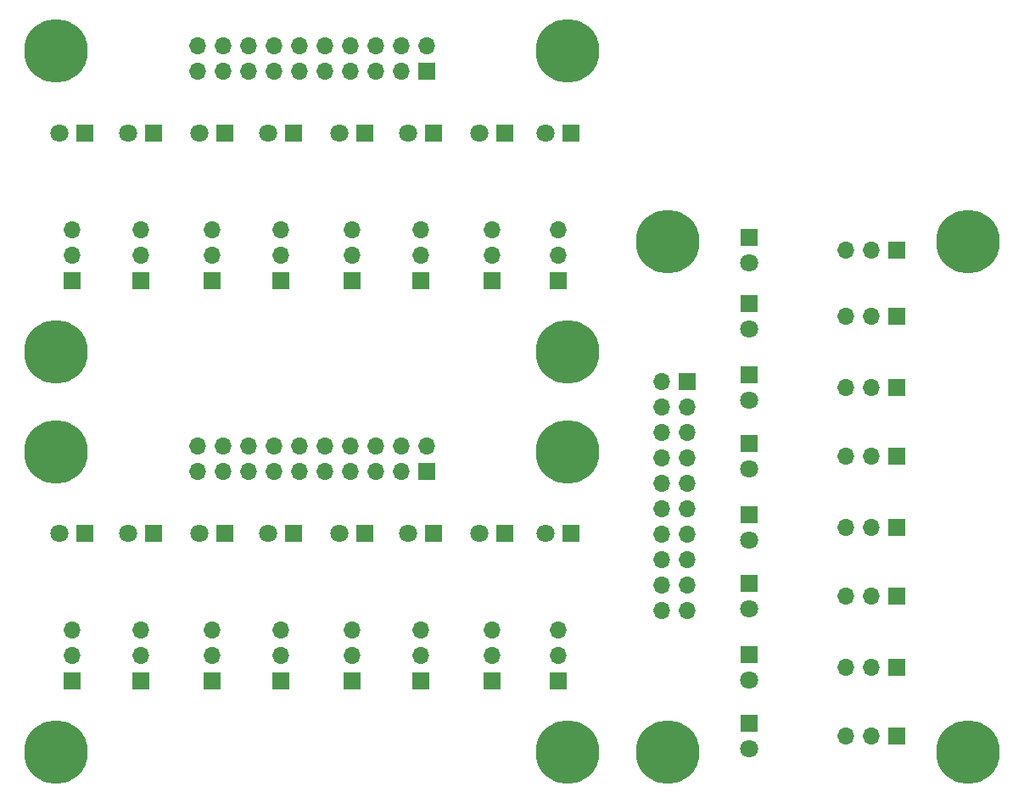
<source format=gts>
%MOIN*%
%OFA0B0*%
%FSLAX46Y46*%
%IPPOS*%
%LPD*%
%ADD10R,0.070866141732283464X0.070866141732283464*%
%ADD11C,0.070866141732283464*%
%ADD12C,0.25*%
%ADD13R,0.066929133858267723X0.066929133858267723*%
%ADD14O,0.066929133858267723X0.066929133858267723*%
%ADD25R,0.070866141732283464X0.070866141732283464*%
%ADD26C,0.070866141732283464*%
%ADD27C,0.25*%
%ADD28R,0.066929133858267723X0.066929133858267723*%
%ADD29O,0.066929133858267723X0.066929133858267723*%
%ADD30R,0.070866141732283464X0.070866141732283464*%
%ADD31C,0.070866141732283464*%
%ADD32C,0.25*%
%ADD33R,0.066929133858267723X0.066929133858267723*%
%ADD34O,0.066929133858267723X0.066929133858267723*%
G01*
D10*
X0000000000Y0001496062D02*
X0002180196Y0001016062D03*
D11*
X0002080196Y0001016062D03*
D10*
X0001920196Y0001016062D03*
D11*
X0001820196Y0001016062D03*
D10*
X0001640196Y0001016062D03*
D11*
X0001540196Y0001016062D03*
D10*
X0001370196Y0001016062D03*
D11*
X0001270196Y0001016062D03*
D10*
X0001090196Y0001016062D03*
D11*
X0000990196Y0001016062D03*
D10*
X0000820196Y0001016062D03*
D11*
X0000720196Y0001016062D03*
D10*
X0000540196Y0001016062D03*
D11*
X0000440196Y0001016062D03*
D12*
X0002165354Y0000157480D03*
X0002165354Y0001338582D03*
X0000157480Y0001338582D03*
X0000157480Y0000157480D03*
D13*
X0002130000Y0000436653D03*
D14*
X0002130000Y0000536653D03*
X0002130000Y0000636653D03*
D13*
X0001870000Y0000436653D03*
D14*
X0001870000Y0000536653D03*
X0001870000Y0000636653D03*
D13*
X0001590000Y0000436653D03*
D14*
X0001590000Y0000536653D03*
X0001590000Y0000636653D03*
D13*
X0001320000Y0000436653D03*
D14*
X0001320000Y0000536653D03*
X0001320000Y0000636653D03*
D13*
X0001040000Y0000436653D03*
D14*
X0001040000Y0000536653D03*
X0001040000Y0000636653D03*
D13*
X0000770000Y0000436653D03*
D14*
X0000770000Y0000536653D03*
X0000770000Y0000636653D03*
D13*
X0000490000Y0000436653D03*
D14*
X0000490000Y0000536653D03*
X0000490000Y0000636653D03*
D13*
X0000220000Y0000436653D03*
D14*
X0000220000Y0000536653D03*
X0000220000Y0000636653D03*
D10*
X0000270196Y0001016062D03*
D11*
X0000170196Y0001016062D03*
D13*
X0001614173Y0001259842D03*
D14*
X0001614173Y0001359842D03*
X0001514173Y0001259842D03*
X0001514173Y0001359842D03*
X0001414173Y0001259842D03*
X0001414173Y0001359842D03*
X0001314173Y0001259842D03*
X0001314173Y0001359842D03*
X0001214173Y0001259842D03*
X0001214173Y0001359842D03*
X0001114173Y0001259842D03*
X0001114173Y0001359842D03*
X0001014173Y0001259842D03*
X0001014173Y0001359842D03*
X0000914173Y0001259842D03*
X0000914173Y0001359842D03*
X0000814173Y0001259842D03*
X0000814173Y0001359842D03*
X0000714173Y0001259842D03*
X0000714173Y0001359842D03*
G04 next file*
G04 Gerber Fmt 4.6, Leading zero omitted, Abs format (unit mm)*
G04 Created by KiCad (PCBNEW (6.0.1)) date 2022-06-02 17:03:42*
G01*
G04 APERTURE LIST*
G04 APERTURE END LIST*
D25*
X0000000000Y0003070866D02*
X0002180196Y0002590866D03*
D26*
X0002080196Y0002590866D03*
D25*
X0001920196Y0002590866D03*
D26*
X0001820196Y0002590866D03*
D25*
X0001640196Y0002590866D03*
D26*
X0001540196Y0002590866D03*
D25*
X0001370196Y0002590866D03*
D26*
X0001270196Y0002590866D03*
D25*
X0001090196Y0002590866D03*
D26*
X0000990196Y0002590866D03*
D25*
X0000820196Y0002590866D03*
D26*
X0000720196Y0002590866D03*
D25*
X0000540196Y0002590866D03*
D26*
X0000440196Y0002590866D03*
D27*
X0002165354Y0001732283D03*
X0002165354Y0002913385D03*
X0000157480Y0002913385D03*
X0000157480Y0001732283D03*
D28*
X0002130000Y0002011456D03*
D29*
X0002130000Y0002111456D03*
X0002130000Y0002211456D03*
D28*
X0001870000Y0002011456D03*
D29*
X0001870000Y0002111456D03*
X0001870000Y0002211456D03*
D28*
X0001590000Y0002011456D03*
D29*
X0001590000Y0002111456D03*
X0001590000Y0002211456D03*
D28*
X0001320000Y0002011456D03*
D29*
X0001320000Y0002111456D03*
X0001320000Y0002211456D03*
D28*
X0001040000Y0002011456D03*
D29*
X0001040000Y0002111456D03*
X0001040000Y0002211456D03*
D28*
X0000770000Y0002011456D03*
D29*
X0000770000Y0002111456D03*
X0000770000Y0002211456D03*
D28*
X0000490000Y0002011456D03*
D29*
X0000490000Y0002111456D03*
X0000490000Y0002211456D03*
D28*
X0000220000Y0002011456D03*
D29*
X0000220000Y0002111456D03*
X0000220000Y0002211456D03*
D25*
X0000270196Y0002590866D03*
D26*
X0000170196Y0002590866D03*
D28*
X0001614173Y0002834645D03*
D29*
X0001614173Y0002934645D03*
X0001514173Y0002834645D03*
X0001514173Y0002934645D03*
X0001414173Y0002834645D03*
X0001414173Y0002934645D03*
X0001314173Y0002834645D03*
X0001314173Y0002934645D03*
X0001214173Y0002834645D03*
X0001214173Y0002934645D03*
X0001114173Y0002834645D03*
X0001114173Y0002934645D03*
X0001014173Y0002834645D03*
X0001014173Y0002934645D03*
X0000914173Y0002834645D03*
X0000914173Y0002934645D03*
X0000814173Y0002834645D03*
X0000814173Y0002934645D03*
X0000714173Y0002834645D03*
X0000714173Y0002934645D03*
G04 next file*
G04 Gerber Fmt 4.6, Leading zero omitted, Abs format (unit mm)*
G04 Created by KiCad (PCBNEW (6.0.1)) date 2022-06-02 17:03:42*
G01*
G04 APERTURE LIST*
G04 APERTURE END LIST*
D30*
X0002401574Y0000000000D02*
X0002881574Y0002180196D03*
D31*
X0002881574Y0002080196D03*
D30*
X0002881574Y0001920196D03*
D31*
X0002881574Y0001820196D03*
D30*
X0002881574Y0001640196D03*
D31*
X0002881574Y0001540196D03*
D30*
X0002881574Y0001370196D03*
D31*
X0002881574Y0001270196D03*
D30*
X0002881574Y0001090196D03*
D31*
X0002881574Y0000990196D03*
D30*
X0002881574Y0000820196D03*
D31*
X0002881574Y0000720196D03*
D30*
X0002881574Y0000540196D03*
D31*
X0002881574Y0000440196D03*
D32*
X0003740157Y0002165354D03*
X0002559055Y0002165354D03*
X0002559055Y0000157480D03*
X0003740157Y0000157480D03*
D33*
X0003460984Y0002130000D03*
D34*
X0003360984Y0002130000D03*
X0003260984Y0002130000D03*
D33*
X0003460984Y0001870000D03*
D34*
X0003360984Y0001870000D03*
X0003260984Y0001870000D03*
D33*
X0003460984Y0001590000D03*
D34*
X0003360984Y0001590000D03*
X0003260984Y0001590000D03*
D33*
X0003460984Y0001320000D03*
D34*
X0003360984Y0001320000D03*
X0003260984Y0001320000D03*
D33*
X0003460984Y0001040000D03*
D34*
X0003360984Y0001040000D03*
X0003260984Y0001040000D03*
D33*
X0003460984Y0000770000D03*
D34*
X0003360984Y0000770000D03*
X0003260984Y0000770000D03*
D33*
X0003460984Y0000489999D03*
D34*
X0003360984Y0000489999D03*
X0003260984Y0000489999D03*
D33*
X0003460984Y0000219999D03*
D34*
X0003360984Y0000219999D03*
X0003260984Y0000219999D03*
D30*
X0002881574Y0000270196D03*
D31*
X0002881574Y0000170196D03*
D33*
X0002637795Y0001614173D03*
D34*
X0002537795Y0001614173D03*
X0002637795Y0001514173D03*
X0002537795Y0001514173D03*
X0002637795Y0001414173D03*
X0002537795Y0001414173D03*
X0002637795Y0001314173D03*
X0002537795Y0001314173D03*
X0002637795Y0001214173D03*
X0002537795Y0001214173D03*
X0002637795Y0001114173D03*
X0002537795Y0001114173D03*
X0002637795Y0001014173D03*
X0002537795Y0001014173D03*
X0002637795Y0000914173D03*
X0002537795Y0000914173D03*
X0002637795Y0000814173D03*
X0002537795Y0000814173D03*
X0002637795Y0000714173D03*
X0002537795Y0000714173D03*
M02*
</source>
